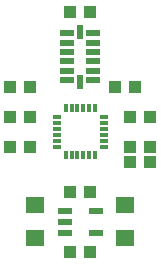
<source format=gtp>
G75*
G70*
%OFA0B0*%
%FSLAX24Y24*%
%IPPOS*%
%LPD*%
%AMOC8*
5,1,8,0,0,1.08239X$1,22.5*
%
%ADD10R,0.0118X0.0315*%
%ADD11R,0.0315X0.0118*%
%ADD12R,0.0433X0.0394*%
%ADD13R,0.0472X0.0197*%
%ADD14R,0.0197X0.0472*%
%ADD15R,0.0472X0.0217*%
%ADD16R,0.0630X0.0551*%
D10*
X013345Y019718D03*
X013542Y019718D03*
X013738Y019718D03*
X013935Y019718D03*
X014132Y019718D03*
X014329Y019718D03*
X014329Y021292D03*
X014132Y021292D03*
X013935Y021292D03*
X013738Y021292D03*
X013542Y021292D03*
X013345Y021292D03*
D11*
X013049Y020997D03*
X013049Y020800D03*
X013049Y020603D03*
X013049Y020407D03*
X013049Y020210D03*
X013049Y020013D03*
X014624Y020013D03*
X014624Y020210D03*
X014624Y020407D03*
X014624Y020603D03*
X014624Y020800D03*
X014624Y020997D03*
D12*
X013502Y016505D03*
X014171Y016505D03*
X014171Y018505D03*
X013502Y018505D03*
X015502Y019505D03*
X016171Y019505D03*
X016171Y020005D03*
X015502Y020005D03*
X015502Y021005D03*
X016171Y021005D03*
X015671Y022005D03*
X015002Y022005D03*
X012171Y022005D03*
X011502Y022005D03*
X011502Y021005D03*
X012171Y021005D03*
X012171Y020005D03*
X011502Y020005D03*
X013502Y024505D03*
X014171Y024505D03*
D13*
X014270Y023792D03*
X014270Y023477D03*
X014270Y023163D03*
X014270Y022848D03*
X014270Y022533D03*
X014270Y022218D03*
X013404Y022218D03*
X013404Y022533D03*
X013404Y022848D03*
X013404Y023163D03*
X013404Y023477D03*
X013404Y023792D03*
D14*
X013837Y023832D03*
X013837Y022178D03*
D15*
X014349Y017879D03*
X014349Y017131D03*
X013325Y017131D03*
X013325Y017505D03*
X013325Y017879D03*
D16*
X012337Y018056D03*
X012337Y016954D03*
X015337Y016954D03*
X015337Y018056D03*
M02*

</source>
